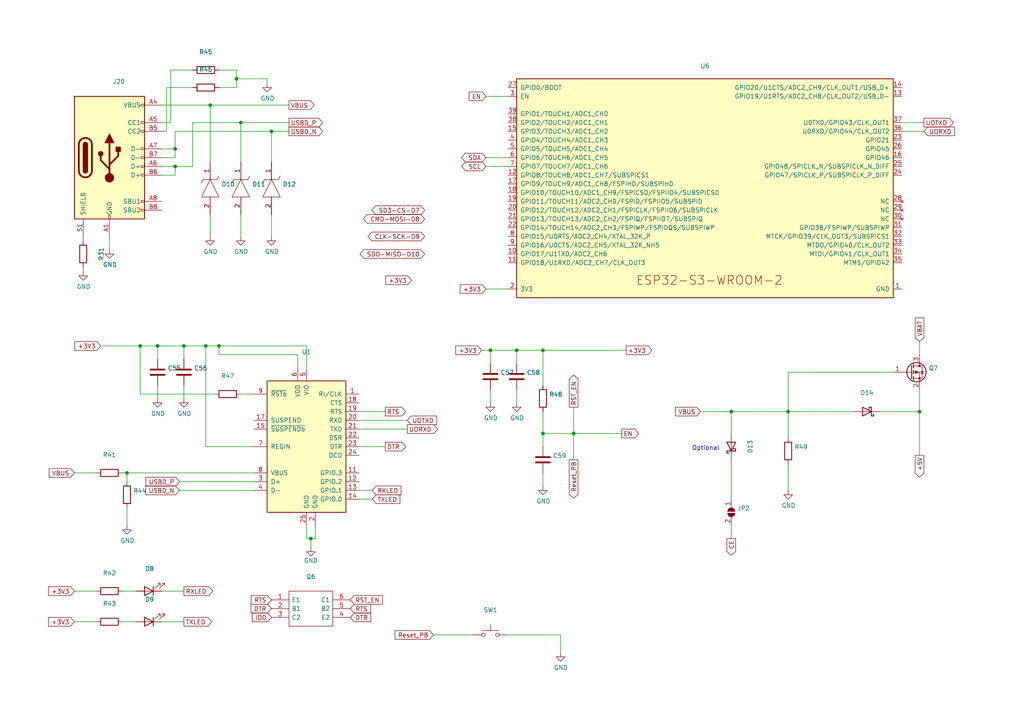
<source format=kicad_sch>
(kicad_sch (version 20211123) (generator eeschema)
  (paper "A4")
  (lib_symbols
    (symbol "Connector:USB_C_Receptacle_USB2.0" (pin_names (offset 1.016))
      (property "Reference" "J" (at -10.16 19.05 0))
      (property "Value" "USB_C_Receptacle_USB2.0" (at 19.05 19.05 0))
      (symbol "USB_C_Receptacle_USB2.0_0_0"
        (rectangle (start -0.254 -17.78) (end 0.254 -16.764))
        (rectangle (start 10.16 -14.986) (end 9.144 -15.494))
        (rectangle (start 10.16 -12.446) (end 9.144 -12.954))
        (rectangle (start 10.16 -4.826) (end 9.144 -5.334))
        (rectangle (start 10.16 -2.286) (end 9.144 -2.794))
        (rectangle (start 10.16 0.254) (end 9.144 -0.254))
        (rectangle (start 10.16 2.794) (end 9.144 2.286))
        (rectangle (start 10.16 7.874) (end 9.144 7.366))
        (rectangle (start 10.16 10.414) (end 9.144 9.906))
        (rectangle (start 10.16 15.494) (end 9.144 14.986))
      )
      (symbol "USB_C_Receptacle_USB2.0_0_1"
        (rectangle (start -10.16 17.78) (end 10.16 -17.78) (stroke (width 0.254)) (fill (type background)))
        (arc (start -8.89 -3.81) (mid -6.985 -5.715) (end -5.08 -3.81) (stroke (width 0.508)))
        (arc (start -7.62 -3.81) (mid -6.985 -4.445) (end -6.35 -3.81) (stroke (width 0.254)))
        (arc (start -7.62 -3.81) (mid -6.985 -4.445) (end -6.35 -3.81) (stroke (width 0.254)) (fill (type outline)))
        (rectangle (start -7.62 -3.81) (end -6.35 3.81) (stroke (width 0.254)) (fill (type outline)))
        (arc (start -6.35 3.81) (mid -6.985 4.445) (end -7.62 3.81) (stroke (width 0.254)))
        (arc (start -6.35 3.81) (mid -6.985 4.445) (end -7.62 3.81) (stroke (width 0.254)) (fill (type outline)))
        (arc (start -5.08 3.81) (mid -6.985 5.715) (end -8.89 3.81) (stroke (width 0.508)))
        (circle (center -2.54 1.143) (radius 0.635) (stroke (width 0.254)) (fill (type outline)))
        (circle (center 0 -5.842) (radius 1.27) (fill (type outline)))
        (polyline (pts (xy -8.89 -3.81) (xy -8.89 3.81)) (stroke (width 0.508)))
        (polyline (pts (xy -5.08 3.81) (xy -5.08 -3.81)) (stroke (width 0.508)))
        (polyline (pts (xy 0 -5.842) (xy 0 4.318)) (stroke (width 0.508)))
        (polyline (pts (xy 0 -3.302) (xy -2.54 -0.762) (xy -2.54 0.508)) (stroke (width 0.508)))
        (polyline (pts (xy 0 -2.032) (xy 2.54 0.508) (xy 2.54 1.778)) (stroke (width 0.508)))
        (polyline (pts (xy -1.27 4.318) (xy 0 6.858) (xy 1.27 4.318) (xy -1.27 4.318)) (stroke (width 0.254)) (fill (type outline)))
        (rectangle (start 1.905 1.778) (end 3.175 3.048) (stroke (width 0.254)) (fill (type outline)))
      )
      (symbol "USB_C_Receptacle_USB2.0_1_1"
        (pin passive line (at 0 -22.86 90) (length 5.08) (name "GND") (number "A1"))
        (pin passive line (at 0 -22.86 90) (length 5.08) hide (name "GND") (number "A12"))
        (pin passive line (at 15.24 15.24 180) (length 5.08) (name "VBUS") (number "A4"))
        (pin bidirectional line (at 15.24 10.16 180) (length 5.08) (name "CC1") (number "A5"))
        (pin bidirectional line (at 15.24 -2.54 180) (length 5.08) (name "D+") (number "A6"))
        (pin bidirectional line (at 15.24 2.54 180) (length 5.08) (name "D-") (number "A7"))
        (pin bidirectional line (at 15.24 -12.7 180) (length 5.08) (name "SBU1") (number "A8"))
        (pin passive line (at 15.24 15.24 180) (length 5.08) hide (name "VBUS") (number "A9"))
        (pin passive line (at 0 -22.86 90) (length 5.08) hide (name "GND") (number "B1"))
        (pin passive line (at 0 -22.86 90) (length 5.08) hide (name "GND") (number "B12"))
        (pin passive line (at 15.24 15.24 180) (length 5.08) hide (name "VBUS") (number "B4"))
        (pin bidirectional line (at 15.24 7.62 180) (length 5.08) (name "CC2") (number "B5"))
        (pin bidirectional line (at 15.24 -5.08 180) (length 5.08) (name "D+") (number "B6"))
        (pin bidirectional line (at 15.24 0 180) (length 5.08) (name "D-") (number "B7"))
        (pin bidirectional line (at 15.24 -15.24 180) (length 5.08) (name "SBU2") (number "B8"))
        (pin passive line (at 15.24 15.24 180) (length 5.08) hide (name "VBUS") (number "B9"))
        (pin passive line (at -7.62 -22.86 90) (length 5.08) (name "SHIELD") (number "S1"))
      )
    )
    (symbol "Device:C" (pin_numbers hide) (pin_names (offset 0.254))
      (property "Reference" "C" (at 0.635 2.54 0))
      (property "Value" "C" (at 0.635 -2.54 0))
      (symbol "C_0_1"
        (polyline (pts (xy -2.032 -0.762) (xy 2.032 -0.762)) (stroke (width 0.508)))
        (polyline (pts (xy -2.032 0.762) (xy 2.032 0.762)) (stroke (width 0.508)))
      )
      (symbol "C_1_1"
        (pin passive line (at 0 3.81 270) (length 2.794) (name "~") (number "1"))
        (pin passive line (at 0 -3.81 90) (length 2.794) (name "~") (number "2"))
      )
    )
    (symbol "Device:D_Schottky" (pin_numbers hide) (pin_names (offset 1.016) hide)
      (property "Reference" "D" (at 0 2.54 0))
      (property "Value" "D_Schottky" (at 0 -2.54 0))
      (symbol "D_Schottky_0_1"
        (polyline (pts (xy 1.27 0) (xy -1.27 0)))
        (polyline (pts (xy 1.27 1.27) (xy 1.27 -1.27) (xy -1.27 0) (xy 1.27 1.27)) (stroke (width 0.254)))
        (polyline (pts (xy -1.905 0.635) (xy -1.905 1.27) (xy -1.27 1.27) (xy -1.27 -1.27) (xy -0.635 -1.27) (xy -0.635 -0.635)) (stroke (width 0.254)))
      )
      (symbol "D_Schottky_1_1"
        (pin passive line (at -3.81 0 0) (length 2.54) (name "K") (number "1"))
        (pin passive line (at 3.81 0 180) (length 2.54) (name "A") (number "2"))
      )
    )
    (symbol "Device:LED" (pin_numbers hide) (pin_names (offset 1.016) hide)
      (property "Reference" "D" (at 0 2.54 0))
      (property "Value" "LED" (at 0 -2.54 0))
      (symbol "LED_0_1"
        (polyline (pts (xy -1.27 -1.27) (xy -1.27 1.27)) (stroke (width 0.254)))
        (polyline (pts (xy -1.27 0) (xy 1.27 0)))
        (polyline (pts (xy 1.27 -1.27) (xy 1.27 1.27) (xy -1.27 0) (xy 1.27 -1.27)) (stroke (width 0.254)))
        (polyline (pts (xy -3.048 -0.762) (xy -4.572 -2.286) (xy -3.81 -2.286) (xy -4.572 -2.286) (xy -4.572 -1.524)))
        (polyline (pts (xy -1.778 -0.762) (xy -3.302 -2.286) (xy -2.54 -2.286) (xy -3.302 -2.286) (xy -3.302 -1.524)))
      )
      (symbol "LED_1_1"
        (pin passive line (at -3.81 0 0) (length 2.54) (name "K") (number "1"))
        (pin passive line (at 3.81 0 180) (length 2.54) (name "A") (number "2"))
      )
    )
    (symbol "Device:R" (pin_numbers hide) (pin_names (offset 0))
      (property "Reference" "R" (at 2.032 0 90))
      (property "Value" "R" (at 0 0 90))
      (symbol "R_0_1"
        (rectangle (start -1.016 -2.54) (end 1.016 2.54) (stroke (width 0.254)))
      )
      (symbol "R_1_1"
        (pin passive line (at 0 3.81 270) (length 1.27) (name "~") (number "1"))
        (pin passive line (at 0 -3.81 90) (length 1.27) (name "~") (number "2"))
      )
    )
    (symbol "Espressif:ESP32-S3-WROOM-2" (pin_names (offset 1.016))
      (property "Reference" "U" (at -55.88 38.1 0))
      (property "Value" "ESP32-S3-WROOM-2" (at -55.88 35.56 0))
      (symbol "ESP32-S3-WROOM-2_0_0"
        (rectangle (start -55.88 33.02) (end 53.34 -30.48) (stroke (width 0.254)) (fill (type background)))
        (text "ESP32-S3-WROOM-2" (at 0 -25.4 0) (effects (font (size 2.54 2.54))))
        (pin power_in line (at 55.88 -27.94 180) (length 2.54) (name "GND") (number "1"))
        (pin bidirectional line (at -58.42 -17.78 0) (length 2.54) (name "GPIO17/U1TXD/ADC2_CH6") (number "10"))
        (pin bidirectional line (at -58.42 -20.32 0) (length 2.54) (name "GPIO18/U1RXD/ADC2_CH7/CLK_OUT3") (number "11"))
        (pin bidirectional line (at -58.42 5.08 0) (length 2.54) (name "GPIO8/TOUCH8/ADC1_CH7/SUBSPICS1") (number "12"))
        (pin bidirectional line (at 55.88 27.94 180) (length 2.54) (name "GPIO19/U1RTS/ADC2_CH8/CLK_OUT2/USB_D-") (number "13"))
        (pin bidirectional line (at 55.88 30.48 180) (length 2.54) (name "GPIO20/U1CTS/ADC2_CH9/CLK_OUT1/USB_D+") (number "14"))
        (pin bidirectional line (at -58.42 17.78 0) (length 2.54) (name "GPIO3/TOUCH3/ADC1_CH2") (number "15"))
        (pin bidirectional line (at 55.88 10.16 180) (length 2.54) (name "GPIO46") (number "16"))
        (pin bidirectional line (at -58.42 2.54 0) (length 2.54) (name "GPIO9/TOUCH9/ADC1_CH8/FSPIHD/SUBSPIHD") (number "17"))
        (pin bidirectional line (at -58.42 0 0) (length 2.54) (name "GPIO10/TOUCH10/ADC1_CH9/FSPICS0/FSPIIO4/SUBSPICS0") (number "18"))
        (pin bidirectional line (at -58.42 -2.54 0) (length 2.54) (name "GPIO11/TOUCH11/ADC2_CH0/FSPID/FSPIIO5/SUBSPID") (number "19"))
        (pin power_in line (at -58.42 -27.94 0) (length 2.54) (name "3V3") (number "2"))
        (pin bidirectional line (at -58.42 -5.08 0) (length 2.54) (name "GPIO12/TOUCH12/ADC2_CH1/FSPICLK/FSPIIO6/SUBSPICLK") (number "20"))
        (pin bidirectional line (at -58.42 -7.62 0) (length 2.54) (name "GPIO13/TOUCH13/ADC2_CH2/FSPIQ/FSPIIO7/SUBSPIQ") (number "21"))
        (pin bidirectional line (at -58.42 -10.16 0) (length 2.54) (name "GPIO14/TOUCH14/ADC2_CH3/FSPIWP/FSPIDQS/SUBSPIWP") (number "22"))
        (pin bidirectional line (at 55.88 15.24 180) (length 2.54) (name "GPIO21") (number "23"))
        (pin bidirectional line (at 55.88 5.08 180) (length 2.54) (name "GPIO47/SPICLK_P/SUBSPICLK_P_DIFF") (number "24"))
        (pin bidirectional line (at 55.88 7.62 180) (length 2.54) (name "GPIO48/SPICLK_N/SUBSPICLK_N_DIFF") (number "25"))
        (pin bidirectional line (at 55.88 12.7 180) (length 2.54) (name "GPIO45") (number "26"))
        (pin bidirectional line (at -58.42 30.48 0) (length 2.54) (name "GPIO0/BOOT") (number "27"))
        (pin no_connect line (at 55.88 -2.54 180) (length 2.54) (name "NC") (number "28"))
        (pin no_connect line (at 55.88 -5.08 180) (length 2.54) (name "NC") (number "29"))
        (pin input line (at -58.42 27.94 0) (length 2.54) (name "EN") (number "3"))
        (pin no_connect line (at 55.88 -7.62 180) (length 2.54) (name "NC") (number "30"))
        (pin bidirectional line (at 55.88 -10.16 180) (length 2.54) (name "GPIO38/FSPIWP/SUBSPIWP") (number "31"))
        (pin bidirectional line (at 55.88 -12.7 180) (length 2.54) (name "MTCK/GPIO39/CLK_OUT3/SUBSPICS1") (number "32"))
        (pin bidirectional line (at 55.88 -15.24 180) (length 2.54) (name "MTDO/GPIO40/CLK_OUT2") (number "33"))
        (pin bidirectional line (at 55.88 -17.78 180) (length 2.54) (name "MTDI/GPIO41/CLK_OUT1") (number "34"))
        (pin bidirectional line (at 55.88 -20.32 180) (length 2.54) (name "MTMS/GPIO42") (number "35"))
        (pin bidirectional line (at 55.88 17.78 180) (length 2.54) (name "U0RXD/GPIO44/CLK_OUT2") (number "36"))
        (pin bidirectional line (at 55.88 20.32 180) (length 2.54) (name "U0TXD/GPIO43/CLK_OUT1") (number "37"))
        (pin bidirectional line (at -58.42 20.32 0) (length 2.54) (name "GPIO2/TOUCH2/ADC1_CH1") (number "38"))
        (pin bidirectional line (at -58.42 22.86 0) (length 2.54) (name "GPIO1/TOUCH1/ADC1_CH0") (number "39"))
        (pin bidirectional line (at -58.42 15.24 0) (length 2.54) (name "GPIO4/TOUCH4/ADC1_CH3") (number "4"))
        (pin passive line (at 55.88 -27.94 180) (length 2.54) hide (name "GND") (number "40"))
        (pin passive line (at 55.88 -27.94 180) (length 2.54) hide (name "GND") (number "41"))
        (pin bidirectional line (at -58.42 12.7 0) (length 2.54) (name "GPIO5/TOUCH5/ADC1_CH4") (number "5"))
        (pin bidirectional line (at -58.42 10.16 0) (length 2.54) (name "GPIO6/TOUCH6/ADC1_CH5") (number "6"))
        (pin bidirectional line (at -58.42 7.62 0) (length 2.54) (name "GPIO7/TOUCH7/ADC1_CH6") (number "7"))
        (pin bidirectional line (at -58.42 -12.7 0) (length 2.54) (name "GPIO15/U0RTS/ADC2_CH4/XTAL_32K_P") (number "8"))
        (pin bidirectional line (at -58.42 -15.24 0) (length 2.54) (name "GPIO16/U0CTS/ADC2_CH5/XTAL_32K_NH5") (number "9"))
      )
    )
    (symbol "Jumper:SolderJumper_2_Open" (pin_names (offset 0) hide)
      (property "Reference" "JP" (at 0 2.032 0))
      (property "Value" "SolderJumper_2_Open" (at 0 -2.54 0))
      (symbol "SolderJumper_2_Open_0_1"
        (arc (start -0.254 1.016) (mid -1.27 0) (end -0.254 -1.016))
        (arc (start -0.254 1.016) (mid -1.27 0) (end -0.254 -1.016) (fill (type outline)))
        (polyline (pts (xy -0.254 1.016) (xy -0.254 -1.016)))
        (polyline (pts (xy 0.254 1.016) (xy 0.254 -1.016)))
        (arc (start 0.254 -1.016) (mid 1.27 0) (end 0.254 1.016))
        (arc (start 0.254 -1.016) (mid 1.27 0) (end 0.254 1.016) (fill (type outline)))
      )
      (symbol "SolderJumper_2_Open_1_1"
        (pin passive line (at -3.81 0 0) (length 2.54) (name "A") (number "1"))
        (pin passive line (at 3.81 0 180) (length 2.54) (name "B") (number "2"))
      )
    )
    (symbol "RE1C002UN:DMG2301L" (pin_names hide)
      (property "Reference" "Q" (at 5.08 1.905 0))
      (property "Value" "DMG2301L" (at 5.08 0 0))
      (symbol "DMG2301L_0_1"
        (polyline (pts (xy 0.254 0) (xy -2.54 0)))
        (polyline (pts (xy 0.254 1.905) (xy 0.254 -1.905)) (stroke (width 0.254)))
        (polyline (pts (xy 0.762 -1.27) (xy 0.762 -2.286)) (stroke (width 0.254)))
        (polyline (pts (xy 0.762 0.508) (xy 0.762 -0.508)) (stroke (width 0.254)))
        (polyline (pts (xy 0.762 2.286) (xy 0.762 1.27)) (stroke (width 0.254)))
        (polyline (pts (xy 2.54 2.54) (xy 2.54 1.778)))
        (polyline (pts (xy 2.54 -2.54) (xy 2.54 0) (xy 0.762 0)))
        (polyline (pts (xy 0.762 1.778) (xy 3.302 1.778) (xy 3.302 -1.778) (xy 0.762 -1.778)))
        (polyline (pts (xy 2.286 0) (xy 1.27 0.381) (xy 1.27 -0.381) (xy 2.286 0)) (fill (type outline)))
        (polyline (pts (xy 2.794 -0.508) (xy 2.921 -0.381) (xy 3.683 -0.381) (xy 3.81 -0.254)))
        (polyline (pts (xy 3.302 -0.381) (xy 2.921 0.254) (xy 3.683 0.254) (xy 3.302 -0.381)))
        (circle (center 1.651 0) (radius 2.794) (stroke (width 0.254)))
        (circle (center 2.54 -1.778) (radius 0.254) (fill (type outline)))
        (circle (center 2.54 1.778) (radius 0.254) (fill (type outline)))
      )
      (symbol "DMG2301L_1_1"
        (pin input line (at -5.08 0 0) (length 2.54) (name "G") (number "1"))
        (pin passive line (at 2.54 -5.08 90) (length 2.54) (name "S") (number "2"))
        (pin passive line (at 2.54 5.08 270) (length 2.54) (name "D") (number "3"))
      )
    )
    (symbol "SP1003-01DTG:SP1003-01DTG" (pin_names (offset 0.762))
      (property "Reference" "D" (at 10.16 8.89 0))
      (property "Value" "SP1003-01DTG" (at 10.16 6.35 0))
      (symbol "SP1003-01DTG_0_0"
        (pin passive line (at 0 0 0) (length 5.08) (name "~") (number "1"))
        (pin passive line (at 15.24 0 180) (length 5.08) (name "~") (number "2"))
      )
      (symbol "SP1003-01DTG_0_1"
        (polyline (pts (xy 4.064 2.54) (xy 5.08 2.032)) (stroke (width 0.1524)))
        (polyline (pts (xy 5.08 -2.032) (xy 5.08 2.032)) (stroke (width 0.1524)))
        (polyline (pts (xy 5.08 -2.032) (xy 6.096 -2.54)) (stroke (width 0.1524)))
        (polyline (pts (xy 5.08 0) (xy 10.16 2.54) (xy 10.16 -2.54) (xy 5.08 0)) (stroke (width 0.1524)))
      )
    )
    (symbol "Switch:SW_Push" (pin_numbers hide) (pin_names (offset 1.016) hide)
      (property "Reference" "SW" (at 1.27 2.54 0))
      (property "Value" "SW_Push" (at 0 -1.524 0))
      (symbol "SW_Push_0_1"
        (circle (center -2.032 0) (radius 0.508))
        (polyline (pts (xy 0 1.27) (xy 0 3.048)))
        (polyline (pts (xy 2.54 1.27) (xy -2.54 1.27)))
        (circle (center 2.032 0) (radius 0.508))
        (pin passive line (at -5.08 0 0) (length 2.54) (name "1") (number "1"))
        (pin passive line (at 5.08 0 180) (length 2.54) (name "2") (number "2"))
      )
    )
    (symbol "TestboardV2.3-rescue:CP2102N-A01-GQFN24-Interface_USB" (pin_names (offset 1.016))
      (property "Reference" "U" (at -5.08 22.225 0))
      (property "Value" "CP2102N-A01-GQFN24-Interface_USB" (at -5.08 20.32 0))
      (symbol "CP2102N-A01-GQFN24-Interface_USB_0_1"
        (rectangle (start -11.43 19.05) (end 11.43 -19.05) (stroke (width 0.254)) (fill (type background)))
      )
      (symbol "CP2102N-A01-GQFN24-Interface_USB_1_1"
        (pin bidirectional line (at 15.24 15.24 180) (length 3.81) (name "RI/CLK") (number "1"))
        (pin no_connect line (at 10.16 -22.86 90) (length 3.81) hide (name "NC") (number "10"))
        (pin bidirectional line (at 15.24 -7.62 180) (length 3.81) (name "GPIO.3") (number "11"))
        (pin bidirectional line (at 15.24 -10.16 180) (length 3.81) (name "GPIO.2") (number "12"))
        (pin bidirectional line (at 15.24 -12.7 180) (length 3.81) (name "GPIO.1") (number "13"))
        (pin bidirectional line (at 15.24 -15.24 180) (length 3.81) (name "GPIO.0") (number "14"))
        (pin output line (at -15.24 5.08 0) (length 3.81) (name "~{SUSPENDb}") (number "15"))
        (pin no_connect line (at 7.62 -22.86 90) (length 3.81) hide (name "NC") (number "16"))
        (pin output line (at -15.24 7.62 0) (length 3.81) (name "SUSPEND") (number "17"))
        (pin input line (at 15.24 12.7 180) (length 3.81) (name "CTS") (number "18"))
        (pin output line (at 15.24 10.16 180) (length 3.81) (name "RTS") (number "19"))
        (pin power_in line (at 2.54 -22.86 90) (length 3.81) (name "GND") (number "2"))
        (pin input line (at 15.24 7.62 180) (length 3.81) (name "RXD") (number "20"))
        (pin output line (at 15.24 5.08 180) (length 3.81) (name "TXD") (number "21"))
        (pin input line (at 15.24 2.54 180) (length 3.81) (name "DSR") (number "22"))
        (pin output line (at 15.24 0 180) (length 3.81) (name "DTR") (number "23"))
        (pin input line (at 15.24 -2.54 180) (length 3.81) (name "DCD") (number "24"))
        (pin power_in line (at 0 -22.86 90) (length 3.81) (name "GND") (number "25"))
        (pin bidirectional line (at -15.24 -10.16 0) (length 3.81) (name "D+") (number "3"))
        (pin bidirectional line (at -15.24 -12.7 0) (length 3.81) (name "D-") (number "4"))
        (pin power_in line (at 0 22.86 270) (length 3.81) (name "VIO") (number "5"))
        (pin power_in line (at -2.54 22.86 270) (length 3.81) (name "VDD") (number "6"))
        (pin power_in line (at -15.24 0 0) (length 3.81) (name "REGIN") (number "7"))
        (pin input line (at -15.24 -7.62 0) (length 3.81) (name "VBUS") (number "8"))
        (pin input line (at -15.24 15.24 0) (length 3.81) (name "~{RSTb}") (number "9"))
      )
    )
    (symbol "UMH3N:UMH3N" (pin_names (offset 0.762))
      (property "Reference" "Q" (at 19.05 7.62 0))
      (property "Value" "UMH3N" (at 19.05 5.08 0))
      (symbol "UMH3N_0_0"
        (pin unspecified line (at 0 0 0) (length 5.08) (name "E1") (number "1"))
        (pin unspecified line (at 0 -2.54 0) (length 5.08) (name "B1") (number "2"))
        (pin unspecified line (at 0 -5.08 0) (length 5.08) (name "C2") (number "3"))
        (pin unspecified line (at 22.86 -5.08 180) (length 5.08) (name "E2") (number "4"))
        (pin unspecified line (at 22.86 -2.54 180) (length 5.08) (name "B2") (number "5"))
        (pin unspecified line (at 22.86 0 180) (length 5.08) (name "C1") (number "6"))
      )
      (symbol "UMH3N_0_1"
        (polyline (pts (xy 5.08 2.54) (xy 17.78 2.54) (xy 17.78 -7.62) (xy 5.08 -7.62) (xy 5.08 2.54)) (stroke (width 0.1524)))
      )
    )
    (symbol "power:GND" (power) (pin_names (offset 0))
      (property "Value" "GND" (at 0 -3.81 0))
      (symbol "GND_0_1"
        (polyline (pts (xy 0 0) (xy 0 -1.27) (xy 1.27 -1.27) (xy 0 -2.54) (xy -1.27 -1.27) (xy 0 -1.27)))
      )
      (symbol "GND_1_1"
        (pin power_in line (at 0 0 270) (length 0) hide (name "GND") (number "1"))
      )
    )
  )
  (junction (at 50.8 48.26))
  (junction (at 40.64 100.33))
  (junction (at 69.85 35.56))
  (junction (at 266.7 119.38))
  (junction (at 212.09 119.38))
  (junction (at 157.48 125.73))
  (junction (at 59.69 100.33))
  (junction (at 157.48 101.6))
  (junction (at 90.17 156.21))
  (junction (at 149.86 101.6))
  (junction (at 63.5 100.33))
  (junction (at 53.34 100.33))
  (junction (at 36.83 137.16))
  (junction (at 68.58 22.86))
  (junction (at 78.74 38.1))
  (junction (at 142.24 101.6))
  (junction (at 45.72 100.33))
  (junction (at 228.6 119.38))
  (junction (at 166.37 125.73))
  (junction (at 50.8 43.18))
  (junction (at 60.96 30.48))
  (wire (pts (xy 261.62 38.1) (xy 267.97 38.1)))
  (wire (pts (xy 35.56 180.34) (xy 39.37 180.34)))
  (wire (pts (xy 29.21 100.33) (xy 40.64 100.33)))
  (wire (pts (xy 212.09 125.73) (xy 212.09 119.38)))
  (wire (pts (xy 50.8 43.18) (xy 50.8 45.72)))
  (wire (pts (xy 21.59 137.16) (xy 27.94 137.16)))
  (wire (pts (xy 104.14 142.24) (xy 107.95 142.24)))
  (wire (pts (xy 46.99 48.26) (xy 50.8 48.26)))
  (wire (pts (xy 104.14 124.46) (xy 118.11 124.46)))
  (wire (pts (xy 78.74 46.99) (xy 78.74 38.1)))
  (wire (pts (xy 50.8 48.26) (xy 55.88 48.26)))
  (wire (pts (xy 31.75 68.58) (xy 31.75 72.39)))
  (wire (pts (xy 104.14 119.38) (xy 111.76 119.38)))
  (wire (pts (xy 68.58 22.86) (xy 68.58 20.32)))
  (wire (pts (xy 149.86 113.03) (xy 149.86 116.84)))
  (wire (pts (xy 60.96 30.48) (xy 83.82 30.48)))
  (wire (pts (xy 63.5 102.87) (xy 63.5 100.33)))
  (wire (pts (xy 27.94 171.45) (xy 21.59 171.45)))
  (wire (pts (xy 162.56 184.15) (xy 162.56 189.23)))
  (wire (pts (xy 228.6 107.95) (xy 259.08 107.95)))
  (wire (pts (xy 228.6 119.38) (xy 247.65 119.38)))
  (wire (pts (xy 40.64 114.3) (xy 40.64 100.33)))
  (wire (pts (xy 140.97 27.94) (xy 147.32 27.94)))
  (wire (pts (xy 36.83 137.16) (xy 36.83 139.7)))
  (wire (pts (xy 36.83 137.16) (xy 73.66 137.16)))
  (wire (pts (xy 49.53 20.32) (xy 55.88 20.32)))
  (wire (pts (xy 50.8 38.1) (xy 78.74 38.1)))
  (wire (pts (xy 266.7 102.87) (xy 266.7 99.06)))
  (wire (pts (xy 77.47 22.86) (xy 77.47 24.13)))
  (wire (pts (xy 212.09 119.38) (xy 228.6 119.38)))
  (wire (pts (xy 69.85 35.56) (xy 83.82 35.56)))
  (wire (pts (xy 59.69 100.33) (xy 63.5 100.33)))
  (wire (pts (xy 149.86 101.6) (xy 149.86 105.41)))
  (wire (pts (xy 228.6 119.38) (xy 228.6 107.95)))
  (wire (pts (xy 140.97 45.72) (xy 147.32 45.72)))
  (wire (pts (xy 53.34 100.33) (xy 59.69 100.33)))
  (wire (pts (xy 147.32 184.15) (xy 162.56 184.15)))
  (wire (pts (xy 78.74 62.23) (xy 78.74 68.58)))
  (wire (pts (xy 48.26 25.4) (xy 55.88 25.4)))
  (wire (pts (xy 88.9 106.68) (xy 88.9 100.33)))
  (wire (pts (xy 55.88 48.26) (xy 55.88 35.56)))
  (wire (pts (xy 142.24 101.6) (xy 142.24 105.41)))
  (wire (pts (xy 149.86 101.6) (xy 157.48 101.6)))
  (wire (pts (xy 142.24 113.03) (xy 142.24 116.84)))
  (wire (pts (xy 46.99 35.56) (xy 49.53 35.56)))
  (wire (pts (xy 78.74 38.1) (xy 83.82 38.1)))
  (wire (pts (xy 73.66 142.24) (xy 52.07 142.24)))
  (wire (pts (xy 91.44 156.21) (xy 91.44 152.4)))
  (wire (pts (xy 73.66 114.3) (xy 69.85 114.3)))
  (wire (pts (xy 35.56 171.45) (xy 39.37 171.45)))
  (wire (pts (xy 46.99 180.34) (xy 53.34 180.34)))
  (wire (pts (xy 63.5 25.4) (xy 68.58 25.4)))
  (wire (pts (xy 139.7 101.6) (xy 142.24 101.6)))
  (wire (pts (xy 69.85 62.23) (xy 69.85 68.58)))
  (wire (pts (xy 45.72 111.76) (xy 45.72 115.57)))
  (wire (pts (xy 50.8 45.72) (xy 46.99 45.72)))
  (wire (pts (xy 255.27 119.38) (xy 266.7 119.38)))
  (wire (pts (xy 53.34 111.76) (xy 53.34 115.57)))
  (wire (pts (xy 142.24 101.6) (xy 149.86 101.6)))
  (wire (pts (xy 48.26 38.1) (xy 48.26 25.4)))
  (wire (pts (xy 86.36 102.87) (xy 63.5 102.87)))
  (wire (pts (xy 55.88 35.56) (xy 69.85 35.56)))
  (wire (pts (xy 59.69 100.33) (xy 59.69 129.54)))
  (wire (pts (xy 212.09 133.35) (xy 212.09 144.78)))
  (wire (pts (xy 140.97 83.82) (xy 147.32 83.82)))
  (wire (pts (xy 35.56 137.16) (xy 36.83 137.16)))
  (wire (pts (xy 45.72 100.33) (xy 45.72 104.14)))
  (wire (pts (xy 59.69 129.54) (xy 73.66 129.54)))
  (wire (pts (xy 86.36 106.68) (xy 86.36 102.87)))
  (wire (pts (xy 50.8 50.8) (xy 46.99 50.8)))
  (wire (pts (xy 104.14 129.54) (xy 111.76 129.54)))
  (wire (pts (xy 50.8 48.26) (xy 50.8 50.8)))
  (wire (pts (xy 104.14 121.92) (xy 118.11 121.92)))
  (wire (pts (xy 68.58 22.86) (xy 77.47 22.86)))
  (wire (pts (xy 125.73 184.15) (xy 137.16 184.15)))
  (wire (pts (xy 157.48 101.6) (xy 157.48 111.76)))
  (wire (pts (xy 36.83 147.32) (xy 36.83 152.4)))
  (wire (pts (xy 90.17 156.21) (xy 90.17 158.75)))
  (wire (pts (xy 166.37 125.73) (xy 166.37 133.35)))
  (wire (pts (xy 60.96 46.99) (xy 60.96 30.48)))
  (wire (pts (xy 228.6 134.62) (xy 228.6 142.24)))
  (wire (pts (xy 261.62 35.56) (xy 267.97 35.56)))
  (wire (pts (xy 40.64 114.3) (xy 62.23 114.3)))
  (wire (pts (xy 166.37 125.73) (xy 180.34 125.73)))
  (wire (pts (xy 53.34 100.33) (xy 53.34 104.14)))
  (wire (pts (xy 157.48 137.16) (xy 157.48 140.97)))
  (wire (pts (xy 228.6 119.38) (xy 228.6 127)))
  (wire (pts (xy 88.9 152.4) (xy 88.9 156.21)))
  (wire (pts (xy 166.37 125.73) (xy 157.48 125.73)))
  (wire (pts (xy 60.96 62.23) (xy 60.96 68.58)))
  (wire (pts (xy 50.8 43.18) (xy 50.8 38.1)))
  (wire (pts (xy 68.58 25.4) (xy 68.58 22.86)))
  (wire (pts (xy 88.9 156.21) (xy 90.17 156.21)))
  (wire (pts (xy 27.94 180.34) (xy 21.59 180.34)))
  (wire (pts (xy 266.7 113.03) (xy 266.7 119.38)))
  (wire (pts (xy 52.07 139.7) (xy 73.66 139.7)))
  (wire (pts (xy 212.09 152.4) (xy 212.09 156.21)))
  (wire (pts (xy 157.48 119.38) (xy 157.48 125.73)))
  (wire (pts (xy 266.7 119.38) (xy 266.7 132.08)))
  (wire (pts (xy 157.48 125.73) (xy 157.48 129.54)))
  (wire (pts (xy 69.85 46.99) (xy 69.85 35.56)))
  (wire (pts (xy 166.37 118.11) (xy 166.37 125.73)))
  (wire (pts (xy 68.58 20.32) (xy 63.5 20.32)))
  (wire (pts (xy 40.64 100.33) (xy 45.72 100.33)))
  (wire (pts (xy 88.9 100.33) (xy 63.5 100.33)))
  (wire (pts (xy 90.17 156.21) (xy 91.44 156.21)))
  (wire (pts (xy 104.14 144.78) (xy 107.95 144.78)))
  (wire (pts (xy 24.13 69.85) (xy 24.13 68.58)))
  (wire (pts (xy 157.48 101.6) (xy 181.61 101.6)))
  (wire (pts (xy 46.99 171.45) (xy 53.34 171.45)))
  (wire (pts (xy 53.34 100.33) (xy 45.72 100.33)))
  (wire (pts (xy 46.99 30.48) (xy 60.96 30.48)))
  (wire (pts (xy 49.53 20.32) (xy 49.53 35.56)))
  (wire (pts (xy 140.97 48.26) (xy 147.32 48.26)))
  (wire (pts (xy 24.13 78.74) (xy 24.13 77.47)))
  (wire (pts (xy 46.99 38.1) (xy 48.26 38.1)))
  (wire (pts (xy 203.2 119.38) (xy 212.09 119.38)))
  (wire (pts (xy 46.99 43.18) (xy 50.8 43.18)))
  (text "Optional" (at 200.66 130.81 0) (effects (font (size 1.27 1.27)) (justify left bottom)))
  (global_label "IO18" (shape output) (at 314.96 46.99 0) (property "Intersheet References" "${INTERSHEET_REFS}" (effects hide)))
  (global_label "VBUS" (shape input) (at 203.2 119.38 180) (property "Intersheet References" "${INTERSHEET_REFS}" (effects hide)))
  (global_label "IO17" (shape output) (at 314.96 44.45 0) (property "Intersheet References" "${INTERSHEET_REFS}" (effects hide)))
  (global_label "CE" (shape output) (at 212.09 156.21 270) (property "Intersheet References" "${INTERSHEET_REFS}" (effects hide)))
  (global_label "RTS" (shape input) (at 78.74 173.99 180) (property "Intersheet References" "${INTERSHEET_REFS}" (effects hide)))
  (global_label "EN" (shape input) (at 140.97 27.94 180) (property "Intersheet References" "${INTERSHEET_REFS}" (effects hide)))
  (global_label "UORXD" (shape output) (at 118.11 124.46 0) (property "Intersheet References" "${INTERSHEET_REFS}" (effects hide)))
  (global_label "SDA" (shape bidirectional) (at 140.97 45.72 180) (property "Intersheet References" "${INTERSHEET_REFS}" (effects hide)))
  (global_label "RTS" (shape input) (at 101.6 176.53 0) (property "Intersheet References" "${INTERSHEET_REFS}" (effects hide)))
  (global_label "VBAT" (shape input) (at 266.7 99.06 90) (property "Intersheet References" "${INTERSHEET_REFS}" (effects hide)))
  (global_label "+3V3" (shape output) (at 181.61 101.6 0) (property "Intersheet References" "${INTERSHEET_REFS}" (effects hide)))
  (global_label "+3V3" (shape input) (at 29.21 100.33 180) (property "Intersheet References" "${INTERSHEET_REFS}" (effects hide)))
  (global_label "UORXD" (shape input) (at 267.97 38.1 0) (property "Intersheet References" "${INTERSHEET_REFS}" (effects hide)))
  (global_label "IO25" (shape output) (at 314.96 59.69 0) (property "Intersheet References" "${INTERSHEET_REFS}" (effects hide)))
  (global_label "UORXD" (shape input) (at 314.96 24.13 0) (property "Intersheet References" "${INTERSHEET_REFS}" (effects hide)))
  (global_label "+3V3" (shape input) (at 140.97 83.82 180) (property "Intersheet References" "${INTERSHEET_REFS}" (effects hide)))
  (global_label "Reset_PB" (shape output) (at 166.37 133.35 270) (property "Intersheet References" "${INTERSHEET_REFS}" (effects hide)))
  (global_label "+3V3" (shape input) (at 119.38 81.28 180) (property "Intersheet References" "${INTERSHEET_REFS}" (effects hide)))
  (global_label "IO27" (shape output) (at 314.96 64.77 0) (property "Intersheet References" "${INTERSHEET_REFS}" (effects hide)))
  (global_label "IO04" (shape output) (at 314.96 26.67 0) (property "Intersheet References" "${INTERSHEET_REFS}" (effects hide)))
  (global_label "IO0" (shape output) (at 314.96 16.51 0) (property "Intersheet References" "${INTERSHEET_REFS}" (effects hide)))
  (global_label "SCL" (shape bidirectional) (at 140.97 48.26 180) (property "Intersheet References" "${INTERSHEET_REFS}" (effects hide)))
  (global_label "IO0" (shape input) (at 78.74 179.07 180) (property "Intersheet References" "${INTERSHEET_REFS}" (effects hide)))
  (global_label "USBD_N" (shape output) (at 83.82 38.1 0) (property "Intersheet References" "${INTERSHEET_REFS}" (effects hide)))
  (global_label "IO13" (shape output) (at 314.96 34.29 0) (property "Intersheet References" "${INTERSHEET_REFS}" (effects hide)))
  (global_label "VBUS" (shape output) (at 83.82 30.48 0) (property "Intersheet References" "${INTERSHEET_REFS}" (effects hide)))
  (global_label "RST_EN" (shape input) (at 101.6 173.99 0) (property "Intersheet References" "${INTERSHEET_REFS}" (effects hide)))
  (global_label "UOTXD" (shape output) (at 267.97 35.56 0) (property "Intersheet References" "${INTERSHEET_REFS}" (effects hide)))
  (global_label "Reset_PB" (shape input) (at 125.73 184.15 180) (property "Intersheet References" "${INTERSHEET_REFS}" (effects hide)))
  (global_label "CMD-MOSI-D8" (shape bidirectional) (at 123.19 63.5 180) (property "Intersheet References" "${INTERSHEET_REFS}" (effects hide)))
  (global_label "IO19" (shape output) (at 314.96 49.53 0) (property "Intersheet References" "${INTERSHEET_REFS}" (effects hide)))
  (global_label "UOTXD" (shape output) (at 314.96 19.05 0) (property "Intersheet References" "${INTERSHEET_REFS}" (effects hide)))
  (global_label "+3V3" (shape input) (at 139.7 101.6 180) (property "Intersheet References" "${INTERSHEET_REFS}" (effects hide)))
  (global_label "RTS" (shape output) (at 111.76 119.38 0) (property "Intersheet References" "${INTERSHEET_REFS}" (effects hide)))
  (global_label "USBD_N" (shape input) (at 52.07 142.24 180) (property "Intersheet References" "${INTERSHEET_REFS}" (effects hide)))
  (global_label "DTR" (shape output) (at 111.76 129.54 0) (property "Intersheet References" "${INTERSHEET_REFS}" (effects hide)))
  (global_label "TXLED" (shape input) (at 107.95 144.78 0) (property "Intersheet References" "${INTERSHEET_REFS}" (effects hide)))
  (global_label "RXLED" (shape input) (at 107.95 142.24 0) (property "Intersheet References" "${INTERSHEET_REFS}" (effects hide)))
  (global_label "IO32" (shape output) (at 314.96 67.31 0) (property "Intersheet References" "${INTERSHEET_REFS}" (effects hide)))
  (global_label "EN" (shape output) (at 180.34 125.73 0) (property "Intersheet References" "${INTERSHEET_REFS}" (effects hide)))
  (global_label "PS_HOLD_IO33" (shape output) (at 314.96 69.85 0) (property "Intersheet References" "${INTERSHEET_REFS}" (effects hide)))
  (global_label "IO2" (shape output) (at 314.96 21.59 0) (property "Intersheet References" "${INTERSHEET_REFS}" (effects hide)))
  (global_label "USBD_P" (shape input) (at 52.07 139.7 180) (property "Intersheet References" "${INTERSHEET_REFS}" (effects hide)))
  (global_label "UOTXD" (shape input) (at 118.11 121.92 0) (property "Intersheet References" "${INTERSHEET_REFS}" (effects hide)))
  (global_label "RXLED" (shape output) (at 53.34 171.45 0) (property "Intersheet References" "${INTERSHEET_REFS}" (effects hide)))
  (global_label "CLK-SCK-D9" (shape bidirectional) (at 123.19 68.58 180) (property "Intersheet References" "${INTERSHEET_REFS}" (effects hide)))
  (global_label "+3V3" (shape input) (at 21.59 171.45 180) (property "Intersheet References" "${INTERSHEET_REFS}" (effects hide)))
  (global_label "VBUS" (shape input) (at 21.59 137.16 180) (property "Intersheet References" "${INTERSHEET_REFS}" (effects hide)))
  (global_label "+3V3" (shape input) (at 21.59 180.34 180) (property "Intersheet References" "${INTERSHEET_REFS}" (effects hide)))
  (global_label "SDO-MISO-D10" (shape bidirectional) (at 123.19 73.66 180) (property "Intersheet References" "${INTERSHEET_REFS}" (effects hide)))
  (global_label "IO26" (shape output) (at 314.96 62.23 0) (property "Intersheet References" "${INTERSHEET_REFS}" (effects hide)))
  (global_label "DTR" (shape input) (at 78.74 176.53 180) (property "Intersheet References" "${INTERSHEET_REFS}" (effects hide)))
  (global_label "IO34" (shape input) (at 314.96 72.39 0) (property "Intersheet References" "${INTERSHEET_REFS}" (effects hide)))
  (global_label "IO35" (shape input) (at 314.96 74.93 0) (property "Intersheet References" "${INTERSHEET_REFS}" (effects hide)))
  (global_label "USBD_P" (shape output) (at 83.82 35.56 0) (property "Intersheet References" "${INTERSHEET_REFS}" (effects hide)))
  (global_label "TXLED" (shape output) (at 53.34 180.34 0) (property "Intersheet References" "${INTERSHEET_REFS}" (effects hide)))
  (global_label "+5V" (shape output) (at 266.7 132.08 270) (property "Intersheet References" "${INTERSHEET_REFS}" (effects hide)))
  (global_label "DTR" (shape input) (at 101.6 179.07 0) (property "Intersheet References" "${INTERSHEET_REFS}" (effects hide)))
  (global_label "IO16" (shape output) (at 314.96 41.91 0) (property "Intersheet References" "${INTERSHEET_REFS}" (effects hide)))
  (global_label "SD3-CS-D7" (shape bidirectional) (at 123.19 60.96 180) (property "Intersheet References" "${INTERSHEET_REFS}" (effects hide)))
  (global_label "RST_EN" (shape output) (at 166.37 118.11 90) (property "Intersheet References" "${INTERSHEET_REFS}" (effects hide)))
  (symbol (lib_id "UMH3N:UMH3N") (at 78.74 173.99 0) (unit 1)
    (property "Reference" "Q6" (at 90.17 167.259 0))
    (property "Datasheet" "https://datasheet.lcsc.com/szlcsc/Changjiang-Electronics-Tech-CJ-UMH3N_C62892.pdf" (effects hide))
    (property "Description" "2 NPN pre-biased (Dual) 100mA 50V SC-70-6(SOT-363) Digital Transistors RoHS" (effects hide))
    (property "Height" "1.1" (effects hide))
    (property "Manufacturer_Name" "Changjiang Electronics Tech (CJ)" (effects hide))
    (property "Manufacturer_Part_Number" "UMH3N" (effects hide))
  )
  (symbol (lib_id "Device:C") (at 53.34 107.95 0) (unit 1)
    (property "Reference" "C56" (at 56.261 106.7816 0) (effects (justify left)))
  )
  (symbol (lib_id "Device:C") (at 149.86 109.22 0) (unit 1)
    (property "Reference" "C58" (at 152.781 108.0516 0) (effects (justify left)))
  )
  (symbol (lib_id "power:GND") (at 45.72 115.57 0) (unit 1)
    (property "Reference" "#PWR0213" (effects hide))
  )
  (symbol (lib_id "power:GND") (at 77.47 24.13 0) (unit 1)
    (property "Reference" "#PWR0207" (effects hide))
  )
  (symbol (lib_id "Device:D_Schottky") (at 251.46 119.38 180) (unit 1)
    (property "Reference" "D14" (at 251.46 113.8936 0))
  )
  (symbol (lib_id "Device:C") (at 142.24 109.22 0) (unit 1)
    (property "Reference" "C57" (at 145.161 108.0516 0) (effects (justify left)))
  )
  (symbol (lib_id "SP1003-01DTG:SP1003-01DTG") (at 69.85 46.99 270) (unit 1)
    (property "Reference" "D11" (at 73.1012 53.4416 90) (effects (justify left)))
    (property "Datasheet" "https://www.littelfuse.com/~/media/electronics/datasheets/tvs_diode_arrays/littelfuse_tvs_diode_array_sp1003_datasheet.pdf.pdf" (effects hide))
    (property "Description" "1 Ch 30KV 30pF TVS Diode Array SOD-723" (effects hide))
    (property "Height" "0.65" (effects hide))
    (property "Manufacturer_Name" "LITTELFUSE" (effects hide))
    (property "Manufacturer_Part_Number" "SP1003-01DTG" (effects hide))
    (property "Arrow Part Number" "SP1003-01DTG" (effects hide))
    (property "Arrow Price/Stock" "https://www.arrow.com/en/products/sp1003-01dtg/littelfuse" (effects hide))
    (property "Mouser Part Number" "576-SP1003-01DTG" (effects hide))
    (property "Mouser Price/Stock" "https://www.mouser.co.uk/ProductDetail/Littelfuse/SP1003-01DTG?qs=Xb8IjHhkxj76JbYOs4IgRA%3D%3D" (effects hide))
  )
  (symbol (lib_id "Device:R") (at 66.04 114.3 270) (unit 1)
    (property "Reference" "R47" (at 66.04 109.0422 90))
  )
  (symbol (lib_id "Device:R") (at 59.69 25.4 270) (unit 1)
    (property "Reference" "R46" (at 59.69 20.1422 90))
  )
  (symbol (lib_id "power:GND") (at 78.74 68.58 0) (unit 1)
    (property "Reference" "#PWR0210" (effects hide))
  )
  (symbol (lib_id "Device:R") (at 59.69 20.32 270) (unit 1)
    (property "Reference" "R45" (at 59.69 15.0622 90))
  )
  (symbol (lib_id "Device:R") (at 31.75 171.45 270) (unit 1)
    (property "Reference" "R42" (at 31.75 166.1922 90))
  )
  (symbol (lib_id "Device:D_Schottky") (at 212.09 129.54 90) (unit 1)
    (property "Reference" "D13" (at 217.5764 129.54 0))
  )
  (symbol (lib_id "Device:R") (at 36.83 143.51 180) (unit 1)
    (property "Reference" "R44" (at 38.608 142.3416 0) (effects (justify right)))
  )
  (symbol (lib_id "Device:R") (at 31.75 180.34 270) (unit 1)
    (property "Reference" "R43" (at 31.75 175.0822 90))
  )
  (symbol (lib_id "Device:R") (at 31.75 137.16 270) (unit 1)
    (property "Reference" "R41" (at 31.75 131.9022 90))
  )
  (symbol (lib_id "Switch:SW_Push") (at 142.24 184.15 0) (unit 1)
    (property "Reference" "SW1" (at 142.24 176.911 0))
  )
  (symbol (lib_id "Device:C") (at 45.72 107.95 0) (unit 1)
    (property "Reference" "C55" (at 48.641 106.7816 0) (effects (justify left)))
  )
  (symbol (lib_id "Device:R") (at 157.48 115.57 0) (unit 1)
    (property "Reference" "R48" (at 159.258 114.4016 0) (effects (justify left)))
  )
  (symbol (lib_id "power:GND") (at 149.86 116.84 0) (unit 1)
    (property "Reference" "#PWR0189" (effects hide))
  )
  (symbol (lib_id "power:GND") (at 60.96 68.58 0) (unit 1)
    (property "Reference" "#PWR0211" (effects hide))
  )
  (symbol (lib_id "power:GND") (at 228.6 142.24 0) (unit 1)
    (property "Reference" "#PWR0217" (effects hide))
  )
  (symbol (lib_id "power:GND") (at 90.17 158.75 0) (unit 1)
    (property "Reference" "#PWR0215" (effects hide))
  )
  (symbol (lib_id "Device:R") (at 228.6 130.81 0) (unit 1)
    (property "Reference" "R49" (at 230.378 129.6416 0) (effects (justify left)))
  )
  (symbol (lib_id "Connector:USB_C_Receptacle_USB2.0") (at 31.75 45.72 0) (unit 1)
    (property "Reference" "J20" (at 34.4678 23.6982 0))
    (property "Datasheet" "https://www.usb.org/sites/default/files/documents/usb_type-c.zip" (effects hide))
  )
  (symbol (lib_id "power:GND") (at 142.24 116.84 0) (unit 1)
    (property "Reference" "#PWR0203" (effects hide))
  )
  (symbol (lib_id "power:GND") (at 53.34 115.57 0) (unit 1)
    (property "Reference" "#PWR0214" (effects hide))
  )
  (symbol (lib_id "SP1003-01DTG:SP1003-01DTG") (at 78.74 46.99 270) (unit 1)
    (property "Reference" "D12" (at 81.9912 53.4416 90) (effects (justify left)))
    (property "Datasheet" "https://www.littelfuse.com/~/media/electronics/datasheets/tvs_diode_arrays/littelfuse_tvs_diode_array_sp1003_datasheet.pdf.pdf" (effects hide))
    (property "Description" "1 Ch 30KV 30pF TVS Diode Array SOD-723" (effects hide))
    (property "Height" "0.65" (effects hide))
    (property "Manufacturer_Name" "LITTELFUSE" (effects hide))
    (property "Manufacturer_Part_Number" "SP1003-01DTG" (effects hide))
    (property "Arrow Part Number" "SP1003-01DTG" (effects hide))
    (property "Arrow Price/Stock" "https://www.arrow.com/en/products/sp1003-01dtg/littelfuse" (effects hide))
    (property "Mouser Part Number" "576-SP1003-01DTG" (effects hide))
    (property "Mouser Price/Stock" "https://www.mouser.co.uk/ProductDetail/Littelfuse/SP1003-01DTG?qs=Xb8IjHhkxj76JbYOs4IgRA%3D%3D" (effects hide))
  )
  (symbol (lib_id "SP1003-01DTG:SP1003-01DTG") (at 60.96 46.99 270) (unit 1)
    (property "Reference" "D10" (at 64.2112 53.4416 90) (effects (justify left)))
    (property "Datasheet" "https://www.littelfuse.com/~/media/electronics/datasheets/tvs_diode_arrays/littelfuse_tvs_diode_array_sp1003_datasheet.pdf.pdf" (effects hide))
    (property "Description" "1 Ch 30KV 30pF TVS Diode Array SOD-723" (effects hide))
    (property "Height" "0.65" (effects hide))
    (property "Manufacturer_Name" "LITTELFUSE" (effects hide))
    (property "Manufacturer_Part_Number" "SP1003-01DTG" (effects hide))
    (property "Arrow Part Number" "SP1003-01DTG" (effects hide))
    (property "Arrow Price/Stock" "https://www.arrow.com/en/products/sp1003-01dtg/littelfuse" (effects hide))
    (property "Mouser Part Number" "576-SP1003-01DTG" (effects hide))
    (property "Mouser Price/Stock" "https://www.mouser.co.uk/ProductDetail/Littelfuse/SP1003-01DTG?qs=Xb8IjHhkxj76JbYOs4IgRA%3D%3D" (effects hide))
  )
  (symbol (lib_id "power:GND") (at 162.56 189.23 0) (unit 1)
    (property "Reference" "#PWR0206" (effects hide))
  )
  (symbol (lib_id "power:GND") (at 157.48 140.97 0) (unit 1)
    (property "Reference" "#PWR0205" (effects hide))
  )
  (symbol (lib_id "power:GND") (at 31.75 72.39 0) (unit 1)
    (property "Reference" "#PWR0209" (effects hide))
  )
  (symbol (lib_id "power:GND") (at 36.83 152.4 0) (unit 1)
    (property "Reference" "#PWR0216" (effects hide))
  )
  (symbol (lib_id "power:GND") (at 24.13 78.74 0) (unit 1)
    (property "Reference" "#PWR0208" (effects hide))
  )
  (symbol (lib_id "Device:C") (at 157.48 133.35 0) (unit 1)
    (property "Reference" "C59" (at 160.401 132.1816 0) (effects (justify left)))
  )
  (symbol (lib_id "Device:LED") (at 43.18 180.34 180) (unit 1)
    (property "Reference" "D9" (at 43.3578 173.863 0))
  )
  (symbol (lib_id "TestboardV2.3-rescue:CP2102N-A01-GQFN24-Interface_USB") (at 88.9 129.54 0) (unit 1)
    (property "Reference" "U1" (at 88.9 102.0826 0))
    (property "Datasheet" "https://www.silabs.com/documents/public/data-sheets/cp2102n-datasheet.pdf" (effects hide))
  )
  (symbol (lib_id "Device:LED") (at 43.18 171.45 180) (unit 1)
    (property "Reference" "D8" (at 43.3578 164.973 0))
  )
  (symbol (lib_id "power:GND") (at 69.85 68.58 0) (unit 1)
    (property "Reference" "#PWR0212" (effects hide))
  )
  (symbol (lib_id "Device:R") (at 24.13 73.66 180) (unit 1)
    (property "Reference" "R31" (at 29.3878 73.66 90))
  )
  (symbol (lib_id "Jumper:SolderJumper_2_Open") (at 212.09 148.59 270) (unit 1)
    (property "Reference" "JP2" (at 213.8172 147.4216 90) (effects (justify left)))
  )
  (symbol (lib_id "RE1C002UN:DMG2301L") (at 264.16 107.95 0) (unit 1)
    (property "Reference" "Q7" (at 269.3416 106.7816 0) (effects (justify left)))
    (property "Datasheet" "https://www.diodes.com/assets/Datasheets/DMG2301L.pdf" (effects hide))
  )
  (symbol (lib_id "Espressif:ESP32-S3-WROOM-2") (at 205.74 55.88 0) (unit 1)
    (property "Reference" "U6" (at 204.47 19.1602 0))
    (property "Datasheet" "https://www.espressif.com/sites/default/files/documentation/esp32-s3-wroom-2_datasheet_en.pdf" (effects hide))
  )
)
</source>
